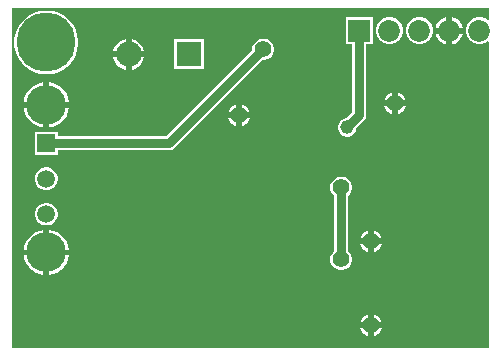
<source format=gbr>
%TF.GenerationSoftware,Altium Limited,Altium Designer,24.0.1 (36)*%
G04 Layer_Physical_Order=2*
G04 Layer_Color=16711680*
%FSLAX45Y45*%
%MOMM*%
%TF.SameCoordinates,8CF4B923-E39E-4099-A09F-CB558B098684*%
%TF.FilePolarity,Positive*%
%TF.FileFunction,Copper,L2,Bot,Signal*%
%TF.Part,Single*%
G01*
G75*
%TA.AperFunction,Conductor*%
%ADD20C,0.75000*%
%TA.AperFunction,ComponentPad*%
%ADD25R,1.51500X1.51500*%
%ADD26C,1.51500*%
%ADD27C,3.36000*%
%ADD28C,1.85000*%
%ADD29R,1.85000X1.85000*%
%ADD30R,2.15000X2.15000*%
%ADD31C,2.15000*%
%ADD32C,5.00000*%
%TA.AperFunction,ViaPad*%
%ADD33C,1.40000*%
%ADD34C,1.15000*%
G36*
X4099374Y2842319D02*
X4087641Y2837459D01*
X4085077Y2840023D01*
X4059423Y2854833D01*
X4030811Y2862500D01*
X4001189D01*
X3972577Y2854833D01*
X3946924Y2840023D01*
X3925978Y2819077D01*
X3911167Y2793423D01*
X3903500Y2764811D01*
Y2735189D01*
X3911167Y2706577D01*
X3925978Y2680924D01*
X3946924Y2659978D01*
X3972577Y2645167D01*
X4001189Y2637500D01*
X4030811D01*
X4059423Y2645167D01*
X4085077Y2659978D01*
X4087641Y2662542D01*
X4099374Y2657681D01*
Y2250000D01*
Y750000D01*
Y58627D01*
X58627D01*
Y2941374D01*
X4099374D01*
Y2842319D01*
D02*
G37*
%LPC*%
G36*
X3787000Y2864946D02*
Y2775000D01*
X3876946D01*
X3871493Y2795353D01*
X3856024Y2822147D01*
X3834147Y2844024D01*
X3807353Y2859493D01*
X3787000Y2864946D01*
D02*
G37*
G36*
X3737000D02*
X3716647Y2859493D01*
X3689853Y2844024D01*
X3667977Y2822147D01*
X3652508Y2795353D01*
X3647054Y2775000D01*
X3737000D01*
Y2864946D01*
D02*
G37*
G36*
X3522811Y2862500D02*
X3493189D01*
X3464577Y2854833D01*
X3438924Y2840023D01*
X3417978Y2819077D01*
X3403167Y2793423D01*
X3395500Y2764811D01*
Y2735189D01*
X3403167Y2706577D01*
X3417978Y2680924D01*
X3438924Y2659978D01*
X3464577Y2645167D01*
X3493189Y2637500D01*
X3522811D01*
X3551423Y2645167D01*
X3577077Y2659978D01*
X3598023Y2680924D01*
X3612833Y2706577D01*
X3620500Y2735189D01*
Y2764811D01*
X3612833Y2793423D01*
X3598023Y2819077D01*
X3577077Y2840023D01*
X3551423Y2854833D01*
X3522811Y2862500D01*
D02*
G37*
G36*
X3268811D02*
X3239189D01*
X3210577Y2854833D01*
X3184924Y2840023D01*
X3163978Y2819077D01*
X3149167Y2793423D01*
X3141500Y2764811D01*
Y2735189D01*
X3149167Y2706577D01*
X3163978Y2680924D01*
X3184924Y2659978D01*
X3210577Y2645167D01*
X3239189Y2637500D01*
X3268811D01*
X3297423Y2645167D01*
X3323077Y2659978D01*
X3344023Y2680924D01*
X3358833Y2706577D01*
X3366500Y2735189D01*
Y2764811D01*
X3358833Y2793423D01*
X3344023Y2819077D01*
X3323077Y2840023D01*
X3297423Y2854833D01*
X3268811Y2862500D01*
D02*
G37*
G36*
X3876946Y2725000D02*
X3787000D01*
Y2635054D01*
X3807353Y2640508D01*
X3834147Y2655977D01*
X3856024Y2677853D01*
X3871493Y2704647D01*
X3876946Y2725000D01*
D02*
G37*
G36*
X3737000D02*
X3647054D01*
X3652508Y2704647D01*
X3667977Y2677853D01*
X3689853Y2655977D01*
X3716647Y2640508D01*
X3737000Y2635054D01*
Y2725000D01*
D02*
G37*
G36*
X1071000Y2680475D02*
Y2575000D01*
X1176475D01*
X1169470Y2601143D01*
X1152026Y2631357D01*
X1127357Y2656026D01*
X1097143Y2673470D01*
X1071000Y2680475D01*
D02*
G37*
G36*
X1021000D02*
X994857Y2673470D01*
X964643Y2656026D01*
X939974Y2631357D01*
X922530Y2601143D01*
X915525Y2575000D01*
X1021000D01*
Y2680475D01*
D02*
G37*
G36*
X1681500Y2677500D02*
X1426500D01*
Y2422500D01*
X1681500D01*
Y2677500D01*
D02*
G37*
G36*
X1176475Y2525000D02*
X1071000D01*
Y2419525D01*
X1097143Y2426530D01*
X1127357Y2443974D01*
X1152026Y2468643D01*
X1169470Y2498857D01*
X1176475Y2525000D01*
D02*
G37*
G36*
X1021000D02*
X915525D01*
X922530Y2498857D01*
X939974Y2468643D01*
X964643Y2443974D01*
X994857Y2426530D01*
X1021000Y2419525D01*
Y2525000D01*
D02*
G37*
G36*
X371249Y2920000D02*
X328751D01*
X286775Y2913352D01*
X246356Y2900219D01*
X208489Y2880925D01*
X174107Y2855945D01*
X144056Y2825893D01*
X119075Y2791511D01*
X99781Y2753644D01*
X86648Y2713225D01*
X80000Y2671249D01*
Y2628751D01*
X86648Y2586775D01*
X99781Y2546356D01*
X119075Y2508489D01*
X144056Y2474107D01*
X174107Y2444056D01*
X208489Y2419075D01*
X246356Y2399781D01*
X286775Y2386648D01*
X328751Y2380000D01*
X371249D01*
X413225Y2386648D01*
X453644Y2399781D01*
X491511Y2419075D01*
X525893Y2444056D01*
X555945Y2474107D01*
X580925Y2508489D01*
X600219Y2546356D01*
X613352Y2586775D01*
X620000Y2628751D01*
Y2671249D01*
X613352Y2713225D01*
X600219Y2753644D01*
X580925Y2791511D01*
X555945Y2825893D01*
X525893Y2855945D01*
X491511Y2880925D01*
X453644Y2900219D01*
X413225Y2913352D01*
X371249Y2920000D01*
D02*
G37*
G36*
X3327000Y2225252D02*
Y2158600D01*
X3393652D01*
X3390526Y2170268D01*
X3378019Y2191931D01*
X3360331Y2209619D01*
X3338668Y2222126D01*
X3327000Y2225252D01*
D02*
G37*
G36*
X3277000D02*
X3265332Y2222126D01*
X3243669Y2209619D01*
X3225981Y2191931D01*
X3213474Y2170268D01*
X3210348Y2158600D01*
X3277000D01*
Y2225252D01*
D02*
G37*
G36*
X375000Y2313223D02*
Y2146415D01*
X541808D01*
X535583Y2177711D01*
X521035Y2212835D01*
X499913Y2244445D01*
X473030Y2271328D01*
X441420Y2292449D01*
X406296Y2306998D01*
X375000Y2313223D01*
D02*
G37*
G36*
X325000Y2313223D02*
X293704Y2306998D01*
X258580Y2292449D01*
X226970Y2271328D01*
X200087Y2244445D01*
X178966Y2212835D01*
X164417Y2177711D01*
X158192Y2146415D01*
X325000D01*
Y2313223D01*
D02*
G37*
G36*
X2006200Y2123652D02*
Y2057000D01*
X2072852D01*
X2069726Y2068668D01*
X2057219Y2090331D01*
X2039531Y2108019D01*
X2017868Y2120526D01*
X2006200Y2123652D01*
D02*
G37*
G36*
X1956200D02*
X1944532Y2120526D01*
X1922869Y2108019D01*
X1905181Y2090331D01*
X1892674Y2068668D01*
X1889548Y2057000D01*
X1956200D01*
Y2123652D01*
D02*
G37*
G36*
X3393652Y2108600D02*
X3327000D01*
Y2041948D01*
X3338668Y2045074D01*
X3360331Y2057581D01*
X3378019Y2075269D01*
X3390526Y2096932D01*
X3393652Y2108600D01*
D02*
G37*
G36*
X3277000D02*
X3210348D01*
X3213474Y2096932D01*
X3225981Y2075269D01*
X3243669Y2057581D01*
X3265332Y2045074D01*
X3277000Y2041948D01*
Y2108600D01*
D02*
G37*
G36*
X2072852Y2007000D02*
X2006200D01*
Y1940348D01*
X2017868Y1943474D01*
X2039531Y1955981D01*
X2057219Y1973669D01*
X2069726Y1995332D01*
X2072852Y2007000D01*
D02*
G37*
G36*
X1956200D02*
X1889548D01*
X1892674Y1995332D01*
X1905181Y1973669D01*
X1922869Y1955981D01*
X1944532Y1943474D01*
X1956200Y1940348D01*
Y2007000D01*
D02*
G37*
G36*
X325000Y2096415D02*
X158192D01*
X164417Y2065119D01*
X178966Y2029995D01*
X200087Y1998385D01*
X226970Y1971502D01*
X258580Y1950380D01*
X293704Y1935832D01*
X325000Y1929607D01*
Y2096415D01*
D02*
G37*
G36*
X541808D02*
X375000D01*
Y1929607D01*
X406296Y1935832D01*
X441420Y1950380D01*
X473030Y1971502D01*
X499913Y1998385D01*
X521035Y2029995D01*
X535583Y2065119D01*
X541808Y2096415D01*
D02*
G37*
G36*
X2196249Y2680800D02*
X2172551D01*
X2149661Y2674666D01*
X2129139Y2662818D01*
X2112382Y2646061D01*
X2100534Y2625539D01*
X2094400Y2602649D01*
Y2583711D01*
X1365731Y1855041D01*
X445750D01*
Y1892165D01*
X254250D01*
Y1700665D01*
X445750D01*
Y1737788D01*
X1390015D01*
X1412450Y1742251D01*
X1431470Y1754960D01*
X2177311Y2500800D01*
X2196249D01*
X2219139Y2506934D01*
X2239661Y2518782D01*
X2256418Y2535539D01*
X2268266Y2556061D01*
X2274400Y2578951D01*
Y2602649D01*
X2268266Y2625539D01*
X2256418Y2646061D01*
X2239661Y2662818D01*
X2219139Y2674666D01*
X2196249Y2680800D01*
D02*
G37*
G36*
X3112500Y2862500D02*
X2887500D01*
Y2637500D01*
X2941374D01*
Y2059084D01*
X2890190Y2007900D01*
X2885397D01*
X2865686Y2002619D01*
X2848014Y1992415D01*
X2833585Y1977986D01*
X2823381Y1960314D01*
X2818100Y1940603D01*
Y1920197D01*
X2823381Y1900486D01*
X2833585Y1882814D01*
X2848014Y1868385D01*
X2865686Y1858181D01*
X2885397Y1852900D01*
X2905803D01*
X2925514Y1858181D01*
X2943186Y1868385D01*
X2957615Y1882814D01*
X2967819Y1900486D01*
X2973100Y1920197D01*
Y1924990D01*
X3041455Y1993345D01*
X3054164Y2012365D01*
X3058627Y2034800D01*
Y2637500D01*
X3112500D01*
Y2862500D01*
D02*
G37*
G36*
X362606Y1592165D02*
X337394D01*
X313042Y1585639D01*
X291208Y1573034D01*
X273381Y1555207D01*
X260775Y1533373D01*
X254250Y1509021D01*
Y1483809D01*
X260775Y1459457D01*
X273381Y1437623D01*
X291208Y1419796D01*
X313042Y1407190D01*
X337394Y1400665D01*
X362606D01*
X386958Y1407190D01*
X408792Y1419796D01*
X426619Y1437623D01*
X439225Y1459457D01*
X445750Y1483809D01*
Y1509021D01*
X439225Y1533373D01*
X426619Y1555207D01*
X408792Y1573034D01*
X386958Y1585639D01*
X362606Y1592165D01*
D02*
G37*
G36*
Y1292165D02*
X337394D01*
X313042Y1285639D01*
X291208Y1273034D01*
X273381Y1255207D01*
X260775Y1233373D01*
X254250Y1209020D01*
Y1183809D01*
X260775Y1159457D01*
X273381Y1137623D01*
X291208Y1119796D01*
X313042Y1107190D01*
X337394Y1100665D01*
X362606D01*
X386958Y1107190D01*
X408792Y1119796D01*
X426619Y1137623D01*
X439225Y1159457D01*
X445750Y1183809D01*
Y1209020D01*
X439225Y1233373D01*
X426619Y1255207D01*
X408792Y1273034D01*
X386958Y1285639D01*
X362606Y1292165D01*
D02*
G37*
G36*
X3123800Y1056852D02*
Y990200D01*
X3190452D01*
X3187326Y1001868D01*
X3174819Y1023531D01*
X3157131Y1041219D01*
X3135468Y1053726D01*
X3123800Y1056852D01*
D02*
G37*
G36*
X3073800D02*
X3062132Y1053726D01*
X3040469Y1041219D01*
X3022781Y1023531D01*
X3010274Y1001868D01*
X3007148Y990200D01*
X3073800D01*
Y1056852D01*
D02*
G37*
G36*
X375000Y1063223D02*
Y896415D01*
X541808D01*
X535583Y927711D01*
X521035Y962834D01*
X499913Y994445D01*
X473030Y1021328D01*
X441420Y1042449D01*
X406296Y1056998D01*
X375000Y1063223D01*
D02*
G37*
G36*
X325000D02*
X293704Y1056998D01*
X258580Y1042449D01*
X226970Y1021328D01*
X200087Y994445D01*
X178966Y962834D01*
X164417Y927711D01*
X158192Y896415D01*
X325000D01*
Y1063223D01*
D02*
G37*
G36*
X3190452Y940200D02*
X3123800D01*
Y873548D01*
X3135468Y876674D01*
X3157131Y889181D01*
X3174819Y906869D01*
X3187326Y928532D01*
X3190452Y940200D01*
D02*
G37*
G36*
X3073800D02*
X3007148D01*
X3010274Y928532D01*
X3022781Y906869D01*
X3040469Y889181D01*
X3062132Y876674D01*
X3073800Y873548D01*
Y940200D01*
D02*
G37*
G36*
X2856649Y1512400D02*
X2832951D01*
X2810061Y1506266D01*
X2789539Y1494418D01*
X2772782Y1477661D01*
X2760934Y1457139D01*
X2754800Y1434249D01*
Y1410551D01*
X2760934Y1387661D01*
X2772782Y1367139D01*
X2786173Y1353748D01*
Y881452D01*
X2772782Y868061D01*
X2760934Y847539D01*
X2754800Y824649D01*
Y800951D01*
X2760934Y778061D01*
X2772782Y757539D01*
X2789539Y740782D01*
X2810061Y728934D01*
X2832951Y722800D01*
X2856649D01*
X2879539Y728934D01*
X2900061Y740782D01*
X2916818Y757539D01*
X2928666Y778061D01*
X2934800Y800951D01*
Y824649D01*
X2928666Y847539D01*
X2916818Y868061D01*
X2903427Y881452D01*
Y1353748D01*
X2916818Y1367139D01*
X2928666Y1387661D01*
X2934800Y1410551D01*
Y1434249D01*
X2928666Y1457139D01*
X2916818Y1477661D01*
X2900061Y1494418D01*
X2879539Y1506266D01*
X2856649Y1512400D01*
D02*
G37*
G36*
X541808Y846415D02*
X375000D01*
Y679607D01*
X406296Y685832D01*
X441420Y700380D01*
X473030Y721502D01*
X499913Y748385D01*
X521035Y779995D01*
X535583Y815119D01*
X541808Y846415D01*
D02*
G37*
G36*
X325000D02*
X158192D01*
X164417Y815119D01*
X178966Y779995D01*
X200087Y748385D01*
X226970Y721502D01*
X258580Y700380D01*
X293704Y685832D01*
X325000Y679607D01*
Y846415D01*
D02*
G37*
G36*
X3123800Y345652D02*
Y279000D01*
X3190452D01*
X3187326Y290668D01*
X3174819Y312331D01*
X3157131Y330019D01*
X3135468Y342526D01*
X3123800Y345652D01*
D02*
G37*
G36*
X3073800D02*
X3062132Y342526D01*
X3040469Y330019D01*
X3022781Y312331D01*
X3010274Y290668D01*
X3007148Y279000D01*
X3073800D01*
Y345652D01*
D02*
G37*
G36*
X3190452Y229000D02*
X3123800D01*
Y162348D01*
X3135468Y165474D01*
X3157131Y177981D01*
X3174819Y195669D01*
X3187326Y217332D01*
X3190452Y229000D01*
D02*
G37*
G36*
X3073800D02*
X3007148D01*
X3010274Y217332D01*
X3022781Y195669D01*
X3040469Y177981D01*
X3062132Y165474D01*
X3073800Y162348D01*
Y229000D01*
D02*
G37*
%LPD*%
D20*
X2844800Y812800D02*
Y1422400D01*
X3000000Y2034800D02*
Y2750000D01*
X2895600Y1930400D02*
X3000000Y2034800D01*
X350000Y1796415D02*
X1390015D01*
X2184400Y2590800D01*
D25*
X350000Y1796415D02*
D03*
D26*
Y1496415D02*
D03*
Y1196415D02*
D03*
D27*
Y2121415D02*
D03*
Y871415D02*
D03*
D28*
X4016000Y2750000D02*
D03*
X3254000D02*
D03*
X3508000D02*
D03*
X3762000D02*
D03*
D29*
X3000000D02*
D03*
D30*
X1554000Y2550000D02*
D03*
D31*
X1046000D02*
D03*
D32*
X350000Y2650000D02*
D03*
D33*
X3098800Y254000D02*
D03*
X2844800Y812800D02*
D03*
Y1422400D02*
D03*
X2184400Y2590800D02*
D03*
X1981200Y2032000D02*
D03*
X3098800Y965200D02*
D03*
X3302000Y2133600D02*
D03*
D34*
X2895600Y1930400D02*
D03*
%TF.MD5,9e4bc9b2b0517889b0ba6b58899fabcd*%
M02*

</source>
